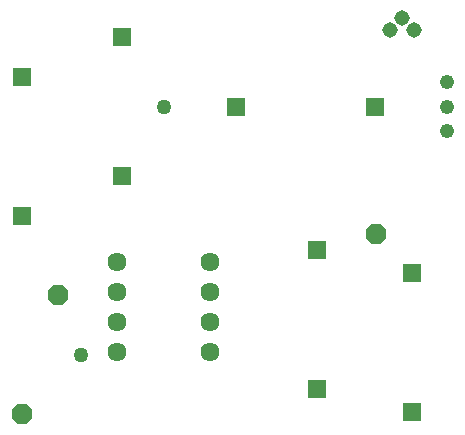
<source format=gbr>
G04 EAGLE Gerber RS-274X export*
G75*
%MOMM*%
%FSLAX34Y34*%
%LPD*%
%INSoldermask Bottom*%
%IPPOS*%
%AMOC8*
5,1,8,0,0,1.08239X$1,22.5*%
G01*
G04 Define Apertures*
%ADD10R,1.633200X1.633200*%
%ADD11C,1.311200*%
%ADD12C,1.616500*%
%ADD13C,1.211200*%
%ADD14P,1.8695X8X22.5*%
%ADD15C,1.259600*%
D10*
X360000Y41200D03*
X360000Y158800D03*
X211200Y300000D03*
X328800Y300000D03*
X280000Y61200D03*
X280000Y178800D03*
X29600Y207000D03*
X29600Y324600D03*
X114700Y241300D03*
X114700Y358900D03*
D11*
X361700Y365000D03*
X341700Y365000D03*
X351700Y375000D03*
D12*
X110650Y168100D03*
X110650Y142700D03*
X110650Y117300D03*
X110650Y91900D03*
X189350Y91900D03*
X189350Y117300D03*
X189350Y142700D03*
X189350Y168100D03*
D13*
X390000Y300000D03*
X390000Y321000D03*
X390000Y279000D03*
D14*
X330000Y192220D03*
X60000Y140000D03*
X30000Y40000D03*
D15*
X80000Y90000D03*
X150000Y300000D03*
M02*

</source>
